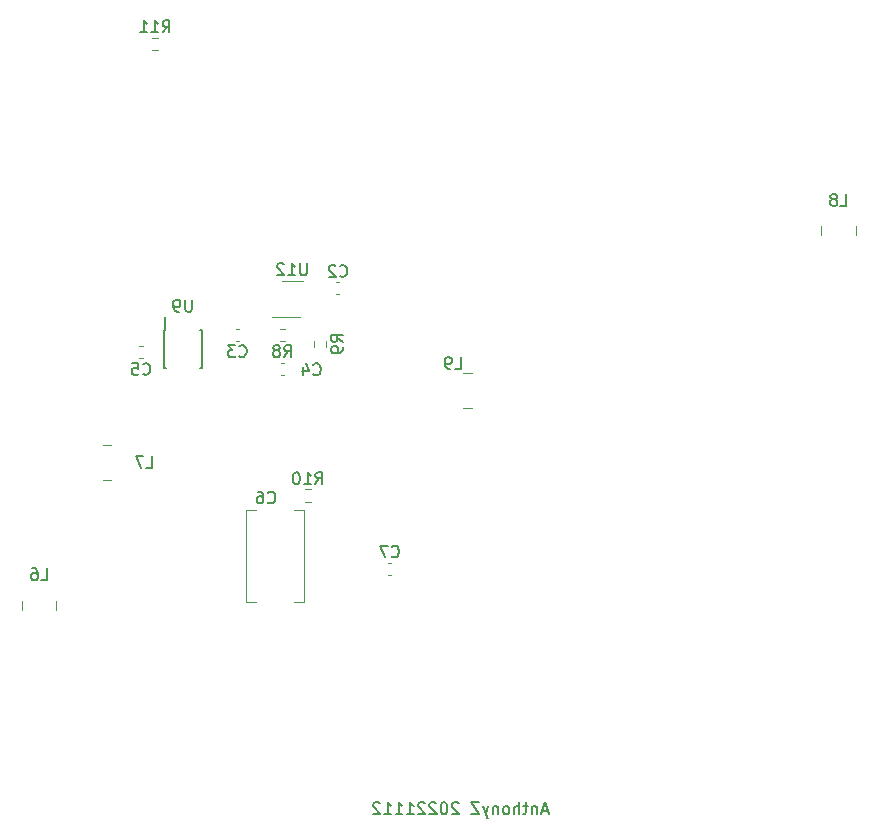
<source format=gbr>
%TF.GenerationSoftware,KiCad,Pcbnew,(6.0.9)*%
%TF.CreationDate,2022-12-07T15:22:28-05:00*%
%TF.ProjectId,Sensors,53656e73-6f72-4732-9e6b-696361645f70,rev?*%
%TF.SameCoordinates,Original*%
%TF.FileFunction,Legend,Bot*%
%TF.FilePolarity,Positive*%
%FSLAX46Y46*%
G04 Gerber Fmt 4.6, Leading zero omitted, Abs format (unit mm)*
G04 Created by KiCad (PCBNEW (6.0.9)) date 2022-12-07 15:22:28*
%MOMM*%
%LPD*%
G01*
G04 APERTURE LIST*
%ADD10C,0.150000*%
%ADD11C,0.120000*%
G04 APERTURE END LIST*
D10*
X168112152Y-128182666D02*
X167635961Y-128182666D01*
X168207390Y-128468380D02*
X167874057Y-127468380D01*
X167540723Y-128468380D01*
X167207390Y-127801714D02*
X167207390Y-128468380D01*
X167207390Y-127896952D02*
X167159771Y-127849333D01*
X167064533Y-127801714D01*
X166921676Y-127801714D01*
X166826438Y-127849333D01*
X166778819Y-127944571D01*
X166778819Y-128468380D01*
X166445485Y-127801714D02*
X166064533Y-127801714D01*
X166302628Y-127468380D02*
X166302628Y-128325523D01*
X166255009Y-128420761D01*
X166159771Y-128468380D01*
X166064533Y-128468380D01*
X165731200Y-128468380D02*
X165731200Y-127468380D01*
X165302628Y-128468380D02*
X165302628Y-127944571D01*
X165350247Y-127849333D01*
X165445485Y-127801714D01*
X165588342Y-127801714D01*
X165683580Y-127849333D01*
X165731200Y-127896952D01*
X164683580Y-128468380D02*
X164778819Y-128420761D01*
X164826438Y-128373142D01*
X164874057Y-128277904D01*
X164874057Y-127992190D01*
X164826438Y-127896952D01*
X164778819Y-127849333D01*
X164683580Y-127801714D01*
X164540723Y-127801714D01*
X164445485Y-127849333D01*
X164397866Y-127896952D01*
X164350247Y-127992190D01*
X164350247Y-128277904D01*
X164397866Y-128373142D01*
X164445485Y-128420761D01*
X164540723Y-128468380D01*
X164683580Y-128468380D01*
X163921676Y-127801714D02*
X163921676Y-128468380D01*
X163921676Y-127896952D02*
X163874057Y-127849333D01*
X163778819Y-127801714D01*
X163635961Y-127801714D01*
X163540723Y-127849333D01*
X163493104Y-127944571D01*
X163493104Y-128468380D01*
X163112152Y-127801714D02*
X162874057Y-128468380D01*
X162635961Y-127801714D02*
X162874057Y-128468380D01*
X162969295Y-128706476D01*
X163016914Y-128754095D01*
X163112152Y-128801714D01*
X162350247Y-127468380D02*
X161683580Y-127468380D01*
X162350247Y-128468380D01*
X161683580Y-128468380D01*
X160588342Y-127563619D02*
X160540723Y-127516000D01*
X160445485Y-127468380D01*
X160207390Y-127468380D01*
X160112152Y-127516000D01*
X160064533Y-127563619D01*
X160016914Y-127658857D01*
X160016914Y-127754095D01*
X160064533Y-127896952D01*
X160635961Y-128468380D01*
X160016914Y-128468380D01*
X159397866Y-127468380D02*
X159302628Y-127468380D01*
X159207390Y-127516000D01*
X159159771Y-127563619D01*
X159112152Y-127658857D01*
X159064533Y-127849333D01*
X159064533Y-128087428D01*
X159112152Y-128277904D01*
X159159771Y-128373142D01*
X159207390Y-128420761D01*
X159302628Y-128468380D01*
X159397866Y-128468380D01*
X159493104Y-128420761D01*
X159540723Y-128373142D01*
X159588342Y-128277904D01*
X159635961Y-128087428D01*
X159635961Y-127849333D01*
X159588342Y-127658857D01*
X159540723Y-127563619D01*
X159493104Y-127516000D01*
X159397866Y-127468380D01*
X158683580Y-127563619D02*
X158635961Y-127516000D01*
X158540723Y-127468380D01*
X158302628Y-127468380D01*
X158207390Y-127516000D01*
X158159771Y-127563619D01*
X158112152Y-127658857D01*
X158112152Y-127754095D01*
X158159771Y-127896952D01*
X158731200Y-128468380D01*
X158112152Y-128468380D01*
X157731200Y-127563619D02*
X157683580Y-127516000D01*
X157588342Y-127468380D01*
X157350247Y-127468380D01*
X157255009Y-127516000D01*
X157207390Y-127563619D01*
X157159771Y-127658857D01*
X157159771Y-127754095D01*
X157207390Y-127896952D01*
X157778819Y-128468380D01*
X157159771Y-128468380D01*
X156207390Y-128468380D02*
X156778819Y-128468380D01*
X156493104Y-128468380D02*
X156493104Y-127468380D01*
X156588342Y-127611238D01*
X156683580Y-127706476D01*
X156778819Y-127754095D01*
X155255009Y-128468380D02*
X155826438Y-128468380D01*
X155540723Y-128468380D02*
X155540723Y-127468380D01*
X155635961Y-127611238D01*
X155731200Y-127706476D01*
X155826438Y-127754095D01*
X154302628Y-128468380D02*
X154874057Y-128468380D01*
X154588342Y-128468380D02*
X154588342Y-127468380D01*
X154683580Y-127611238D01*
X154778819Y-127706476D01*
X154874057Y-127754095D01*
X153921676Y-127563619D02*
X153874057Y-127516000D01*
X153778819Y-127468380D01*
X153540723Y-127468380D01*
X153445485Y-127516000D01*
X153397866Y-127563619D01*
X153350247Y-127658857D01*
X153350247Y-127754095D01*
X153397866Y-127896952D01*
X153969295Y-128468380D01*
X153350247Y-128468380D01*
%TO.C,C6*%
X144438666Y-102058742D02*
X144486285Y-102106361D01*
X144629142Y-102153980D01*
X144724380Y-102153980D01*
X144867238Y-102106361D01*
X144962476Y-102011123D01*
X145010095Y-101915885D01*
X145057714Y-101725409D01*
X145057714Y-101582552D01*
X145010095Y-101392076D01*
X144962476Y-101296838D01*
X144867238Y-101201600D01*
X144724380Y-101153980D01*
X144629142Y-101153980D01*
X144486285Y-101201600D01*
X144438666Y-101249219D01*
X143581523Y-101153980D02*
X143772000Y-101153980D01*
X143867238Y-101201600D01*
X143914857Y-101249219D01*
X144010095Y-101392076D01*
X144057714Y-101582552D01*
X144057714Y-101963504D01*
X144010095Y-102058742D01*
X143962476Y-102106361D01*
X143867238Y-102153980D01*
X143676761Y-102153980D01*
X143581523Y-102106361D01*
X143533904Y-102058742D01*
X143486285Y-101963504D01*
X143486285Y-101725409D01*
X143533904Y-101630171D01*
X143581523Y-101582552D01*
X143676761Y-101534933D01*
X143867238Y-101534933D01*
X143962476Y-101582552D01*
X144010095Y-101630171D01*
X144057714Y-101725409D01*
%TO.C,R11*%
X135542257Y-62268380D02*
X135875590Y-61792190D01*
X136113685Y-62268380D02*
X136113685Y-61268380D01*
X135732733Y-61268380D01*
X135637495Y-61316000D01*
X135589876Y-61363619D01*
X135542257Y-61458857D01*
X135542257Y-61601714D01*
X135589876Y-61696952D01*
X135637495Y-61744571D01*
X135732733Y-61792190D01*
X136113685Y-61792190D01*
X134589876Y-62268380D02*
X135161304Y-62268380D01*
X134875590Y-62268380D02*
X134875590Y-61268380D01*
X134970828Y-61411238D01*
X135066066Y-61506476D01*
X135161304Y-61554095D01*
X133637495Y-62268380D02*
X134208923Y-62268380D01*
X133923209Y-62268380D02*
X133923209Y-61268380D01*
X134018447Y-61411238D01*
X134113685Y-61506476D01*
X134208923Y-61554095D01*
%TO.C,L8*%
X192927266Y-76957180D02*
X193403457Y-76957180D01*
X193403457Y-75957180D01*
X192451076Y-76385752D02*
X192546314Y-76338133D01*
X192593933Y-76290514D01*
X192641552Y-76195276D01*
X192641552Y-76147657D01*
X192593933Y-76052419D01*
X192546314Y-76004800D01*
X192451076Y-75957180D01*
X192260600Y-75957180D01*
X192165361Y-76004800D01*
X192117742Y-76052419D01*
X192070123Y-76147657D01*
X192070123Y-76195276D01*
X192117742Y-76290514D01*
X192165361Y-76338133D01*
X192260600Y-76385752D01*
X192451076Y-76385752D01*
X192546314Y-76433371D01*
X192593933Y-76480990D01*
X192641552Y-76576228D01*
X192641552Y-76766704D01*
X192593933Y-76861942D01*
X192546314Y-76909561D01*
X192451076Y-76957180D01*
X192260600Y-76957180D01*
X192165361Y-76909561D01*
X192117742Y-76861942D01*
X192070123Y-76766704D01*
X192070123Y-76576228D01*
X192117742Y-76480990D01*
X192165361Y-76433371D01*
X192260600Y-76385752D01*
%TO.C,R8*%
X145835666Y-89766380D02*
X146169000Y-89290190D01*
X146407095Y-89766380D02*
X146407095Y-88766380D01*
X146026142Y-88766380D01*
X145930904Y-88814000D01*
X145883285Y-88861619D01*
X145835666Y-88956857D01*
X145835666Y-89099714D01*
X145883285Y-89194952D01*
X145930904Y-89242571D01*
X146026142Y-89290190D01*
X146407095Y-89290190D01*
X145264238Y-89194952D02*
X145359476Y-89147333D01*
X145407095Y-89099714D01*
X145454714Y-89004476D01*
X145454714Y-88956857D01*
X145407095Y-88861619D01*
X145359476Y-88814000D01*
X145264238Y-88766380D01*
X145073761Y-88766380D01*
X144978523Y-88814000D01*
X144930904Y-88861619D01*
X144883285Y-88956857D01*
X144883285Y-89004476D01*
X144930904Y-89099714D01*
X144978523Y-89147333D01*
X145073761Y-89194952D01*
X145264238Y-89194952D01*
X145359476Y-89242571D01*
X145407095Y-89290190D01*
X145454714Y-89385428D01*
X145454714Y-89575904D01*
X145407095Y-89671142D01*
X145359476Y-89718761D01*
X145264238Y-89766380D01*
X145073761Y-89766380D01*
X144978523Y-89718761D01*
X144930904Y-89671142D01*
X144883285Y-89575904D01*
X144883285Y-89385428D01*
X144930904Y-89290190D01*
X144978523Y-89242571D01*
X145073761Y-89194952D01*
%TO.C,L9*%
X160288266Y-90774780D02*
X160764457Y-90774780D01*
X160764457Y-89774780D01*
X159907314Y-90774780D02*
X159716838Y-90774780D01*
X159621600Y-90727161D01*
X159573980Y-90679542D01*
X159478742Y-90536685D01*
X159431123Y-90346209D01*
X159431123Y-89965257D01*
X159478742Y-89870019D01*
X159526361Y-89822400D01*
X159621600Y-89774780D01*
X159812076Y-89774780D01*
X159907314Y-89822400D01*
X159954933Y-89870019D01*
X160002552Y-89965257D01*
X160002552Y-90203352D01*
X159954933Y-90298590D01*
X159907314Y-90346209D01*
X159812076Y-90393828D01*
X159621600Y-90393828D01*
X159526361Y-90346209D01*
X159478742Y-90298590D01*
X159431123Y-90203352D01*
%TO.C,C7*%
X154935066Y-106628142D02*
X154982685Y-106675761D01*
X155125542Y-106723380D01*
X155220780Y-106723380D01*
X155363638Y-106675761D01*
X155458876Y-106580523D01*
X155506495Y-106485285D01*
X155554114Y-106294809D01*
X155554114Y-106151952D01*
X155506495Y-105961476D01*
X155458876Y-105866238D01*
X155363638Y-105771000D01*
X155220780Y-105723380D01*
X155125542Y-105723380D01*
X154982685Y-105771000D01*
X154935066Y-105818619D01*
X154601733Y-105723380D02*
X153935066Y-105723380D01*
X154363638Y-106723380D01*
%TO.C,R10*%
X148470857Y-100520780D02*
X148804190Y-100044590D01*
X149042285Y-100520780D02*
X149042285Y-99520780D01*
X148661333Y-99520780D01*
X148566095Y-99568400D01*
X148518476Y-99616019D01*
X148470857Y-99711257D01*
X148470857Y-99854114D01*
X148518476Y-99949352D01*
X148566095Y-99996971D01*
X148661333Y-100044590D01*
X149042285Y-100044590D01*
X147518476Y-100520780D02*
X148089904Y-100520780D01*
X147804190Y-100520780D02*
X147804190Y-99520780D01*
X147899428Y-99663638D01*
X147994666Y-99758876D01*
X148089904Y-99806495D01*
X146899428Y-99520780D02*
X146804190Y-99520780D01*
X146708952Y-99568400D01*
X146661333Y-99616019D01*
X146613714Y-99711257D01*
X146566095Y-99901733D01*
X146566095Y-100139828D01*
X146613714Y-100330304D01*
X146661333Y-100425542D01*
X146708952Y-100473161D01*
X146804190Y-100520780D01*
X146899428Y-100520780D01*
X146994666Y-100473161D01*
X147042285Y-100425542D01*
X147089904Y-100330304D01*
X147137523Y-100139828D01*
X147137523Y-99901733D01*
X147089904Y-99711257D01*
X147042285Y-99616019D01*
X146994666Y-99568400D01*
X146899428Y-99520780D01*
%TO.C,R9*%
X150794980Y-88479333D02*
X150318790Y-88146000D01*
X150794980Y-87907904D02*
X149794980Y-87907904D01*
X149794980Y-88288857D01*
X149842600Y-88384095D01*
X149890219Y-88431714D01*
X149985457Y-88479333D01*
X150128314Y-88479333D01*
X150223552Y-88431714D01*
X150271171Y-88384095D01*
X150318790Y-88288857D01*
X150318790Y-87907904D01*
X150794980Y-88955523D02*
X150794980Y-89146000D01*
X150747361Y-89241238D01*
X150699742Y-89288857D01*
X150556885Y-89384095D01*
X150366409Y-89431714D01*
X149985457Y-89431714D01*
X149890219Y-89384095D01*
X149842600Y-89336476D01*
X149794980Y-89241238D01*
X149794980Y-89050761D01*
X149842600Y-88955523D01*
X149890219Y-88907904D01*
X149985457Y-88860285D01*
X150223552Y-88860285D01*
X150318790Y-88907904D01*
X150366409Y-88955523D01*
X150414028Y-89050761D01*
X150414028Y-89241238D01*
X150366409Y-89336476D01*
X150318790Y-89384095D01*
X150223552Y-89431714D01*
%TO.C,L6*%
X125261666Y-108650030D02*
X125737857Y-108650030D01*
X125737857Y-107650030D01*
X124499761Y-107650030D02*
X124690238Y-107650030D01*
X124785476Y-107697650D01*
X124833095Y-107745269D01*
X124928333Y-107888126D01*
X124975952Y-108078602D01*
X124975952Y-108459554D01*
X124928333Y-108554792D01*
X124880714Y-108602411D01*
X124785476Y-108650030D01*
X124595000Y-108650030D01*
X124499761Y-108602411D01*
X124452142Y-108554792D01*
X124404523Y-108459554D01*
X124404523Y-108221459D01*
X124452142Y-108126221D01*
X124499761Y-108078602D01*
X124595000Y-108030983D01*
X124785476Y-108030983D01*
X124880714Y-108078602D01*
X124928333Y-108126221D01*
X124975952Y-108221459D01*
%TO.C,C4*%
X148299466Y-91212942D02*
X148347085Y-91260561D01*
X148489942Y-91308180D01*
X148585180Y-91308180D01*
X148728038Y-91260561D01*
X148823276Y-91165323D01*
X148870895Y-91070085D01*
X148918514Y-90879609D01*
X148918514Y-90736752D01*
X148870895Y-90546276D01*
X148823276Y-90451038D01*
X148728038Y-90355800D01*
X148585180Y-90308180D01*
X148489942Y-90308180D01*
X148347085Y-90355800D01*
X148299466Y-90403419D01*
X147442323Y-90641514D02*
X147442323Y-91308180D01*
X147680419Y-90260561D02*
X147918514Y-90974847D01*
X147299466Y-90974847D01*
%TO.C,U12*%
X147745295Y-81824580D02*
X147745295Y-82634104D01*
X147697676Y-82729342D01*
X147650057Y-82776961D01*
X147554819Y-82824580D01*
X147364342Y-82824580D01*
X147269104Y-82776961D01*
X147221485Y-82729342D01*
X147173866Y-82634104D01*
X147173866Y-81824580D01*
X146173866Y-82824580D02*
X146745295Y-82824580D01*
X146459580Y-82824580D02*
X146459580Y-81824580D01*
X146554819Y-81967438D01*
X146650057Y-82062676D01*
X146745295Y-82110295D01*
X145792914Y-81919819D02*
X145745295Y-81872200D01*
X145650057Y-81824580D01*
X145411961Y-81824580D01*
X145316723Y-81872200D01*
X145269104Y-81919819D01*
X145221485Y-82015057D01*
X145221485Y-82110295D01*
X145269104Y-82253152D01*
X145840533Y-82824580D01*
X145221485Y-82824580D01*
%TO.C,C2*%
X150534666Y-82874142D02*
X150582285Y-82921761D01*
X150725142Y-82969380D01*
X150820380Y-82969380D01*
X150963238Y-82921761D01*
X151058476Y-82826523D01*
X151106095Y-82731285D01*
X151153714Y-82540809D01*
X151153714Y-82397952D01*
X151106095Y-82207476D01*
X151058476Y-82112238D01*
X150963238Y-82017000D01*
X150820380Y-81969380D01*
X150725142Y-81969380D01*
X150582285Y-82017000D01*
X150534666Y-82064619D01*
X150153714Y-82064619D02*
X150106095Y-82017000D01*
X150010857Y-81969380D01*
X149772761Y-81969380D01*
X149677523Y-82017000D01*
X149629904Y-82064619D01*
X149582285Y-82159857D01*
X149582285Y-82255095D01*
X149629904Y-82397952D01*
X150201333Y-82969380D01*
X149582285Y-82969380D01*
%TO.C,C3*%
X142025666Y-89671142D02*
X142073285Y-89718761D01*
X142216142Y-89766380D01*
X142311380Y-89766380D01*
X142454238Y-89718761D01*
X142549476Y-89623523D01*
X142597095Y-89528285D01*
X142644714Y-89337809D01*
X142644714Y-89194952D01*
X142597095Y-89004476D01*
X142549476Y-88909238D01*
X142454238Y-88814000D01*
X142311380Y-88766380D01*
X142216142Y-88766380D01*
X142073285Y-88814000D01*
X142025666Y-88861619D01*
X141692333Y-88766380D02*
X141073285Y-88766380D01*
X141406619Y-89147333D01*
X141263761Y-89147333D01*
X141168523Y-89194952D01*
X141120904Y-89242571D01*
X141073285Y-89337809D01*
X141073285Y-89575904D01*
X141120904Y-89671142D01*
X141168523Y-89718761D01*
X141263761Y-89766380D01*
X141549476Y-89766380D01*
X141644714Y-89718761D01*
X141692333Y-89671142D01*
%TO.C,L7*%
X134151666Y-99182180D02*
X134627857Y-99182180D01*
X134627857Y-98182180D01*
X133913571Y-98182180D02*
X133246904Y-98182180D01*
X133675476Y-99182180D01*
%TO.C,C5*%
X133872266Y-91187542D02*
X133919885Y-91235161D01*
X134062742Y-91282780D01*
X134157980Y-91282780D01*
X134300838Y-91235161D01*
X134396076Y-91139923D01*
X134443695Y-91044685D01*
X134491314Y-90854209D01*
X134491314Y-90711352D01*
X134443695Y-90520876D01*
X134396076Y-90425638D01*
X134300838Y-90330400D01*
X134157980Y-90282780D01*
X134062742Y-90282780D01*
X133919885Y-90330400D01*
X133872266Y-90378019D01*
X132967504Y-90282780D02*
X133443695Y-90282780D01*
X133491314Y-90758971D01*
X133443695Y-90711352D01*
X133348457Y-90663733D01*
X133110361Y-90663733D01*
X133015123Y-90711352D01*
X132967504Y-90758971D01*
X132919885Y-90854209D01*
X132919885Y-91092304D01*
X132967504Y-91187542D01*
X133015123Y-91235161D01*
X133110361Y-91282780D01*
X133348457Y-91282780D01*
X133443695Y-91235161D01*
X133491314Y-91187542D01*
%TO.C,U9*%
X138023504Y-84923380D02*
X138023504Y-85732904D01*
X137975885Y-85828142D01*
X137928266Y-85875761D01*
X137833028Y-85923380D01*
X137642552Y-85923380D01*
X137547314Y-85875761D01*
X137499695Y-85828142D01*
X137452076Y-85732904D01*
X137452076Y-84923380D01*
X136928266Y-85923380D02*
X136737790Y-85923380D01*
X136642552Y-85875761D01*
X136594933Y-85828142D01*
X136499695Y-85685285D01*
X136452076Y-85494809D01*
X136452076Y-85113857D01*
X136499695Y-85018619D01*
X136547314Y-84971000D01*
X136642552Y-84923380D01*
X136833028Y-84923380D01*
X136928266Y-84971000D01*
X136975885Y-85018619D01*
X137023504Y-85113857D01*
X137023504Y-85351952D01*
X136975885Y-85447190D01*
X136928266Y-85494809D01*
X136833028Y-85542428D01*
X136642552Y-85542428D01*
X136547314Y-85494809D01*
X136499695Y-85447190D01*
X136452076Y-85351952D01*
D11*
%TO.C,C6*%
X147485100Y-102679500D02*
X147485100Y-110528100D01*
X142633700Y-110528100D02*
X142633700Y-102679500D01*
X142633700Y-102679500D02*
X143482060Y-102679500D01*
X143482060Y-110528100D02*
X142633700Y-110528100D01*
X147485100Y-110528100D02*
X146636740Y-110528100D01*
X146636740Y-102679500D02*
X147485100Y-102679500D01*
%TO.C,R11*%
X135136658Y-62723500D02*
X134662142Y-62723500D01*
X135136658Y-63768500D02*
X134662142Y-63768500D01*
%TO.C,L8*%
X194233800Y-78703753D02*
X194233800Y-79436647D01*
X191287400Y-79436647D02*
X191287400Y-78703753D01*
%TO.C,R8*%
X145431742Y-88406500D02*
X145906258Y-88406500D01*
X145431742Y-87361500D02*
X145906258Y-87361500D01*
%TO.C,L9*%
X161707247Y-94056200D02*
X160974353Y-94056200D01*
X160974353Y-91109800D02*
X161707247Y-91109800D01*
%TO.C,C7*%
X154908980Y-108211000D02*
X154627820Y-108211000D01*
X154908980Y-107191000D02*
X154627820Y-107191000D01*
%TO.C,R10*%
X148065258Y-100975900D02*
X147590742Y-100975900D01*
X148065258Y-102020900D02*
X147590742Y-102020900D01*
%TO.C,R9*%
X148321500Y-88883258D02*
X148321500Y-88408742D01*
X149366500Y-88883258D02*
X149366500Y-88408742D01*
%TO.C,L6*%
X126542800Y-110422003D02*
X126542800Y-111154897D01*
X123596400Y-111154897D02*
X123596400Y-110422003D01*
%TO.C,C4*%
X145528420Y-90295000D02*
X145809580Y-90295000D01*
X145528420Y-91315000D02*
X145809580Y-91315000D01*
%TO.C,U12*%
X144769801Y-86361001D02*
X147144800Y-86361001D01*
X145643500Y-83312000D02*
X147396100Y-83312000D01*
%TO.C,C2*%
X150508580Y-84457000D02*
X150227420Y-84457000D01*
X150508580Y-83437000D02*
X150227420Y-83437000D01*
%TO.C,C3*%
X141718420Y-88394000D02*
X141999580Y-88394000D01*
X141718420Y-87374000D02*
X141999580Y-87374000D01*
%TO.C,L7*%
X130468953Y-97231200D02*
X131201847Y-97231200D01*
X131201847Y-100177600D02*
X130468953Y-100177600D01*
%TO.C,C5*%
X133565020Y-88821800D02*
X133846180Y-88821800D01*
X133565020Y-89841800D02*
X133846180Y-89841800D01*
D10*
%TO.C,U9*%
X135636600Y-87478200D02*
X135636600Y-90728200D01*
X138886600Y-87478200D02*
X138661600Y-87478200D01*
X138886600Y-90728200D02*
X138661600Y-90728200D01*
X135636600Y-87478200D02*
X135761600Y-87478200D01*
X135761600Y-87478200D02*
X135761600Y-86403200D01*
X135636600Y-90728200D02*
X135861600Y-90728200D01*
X138886600Y-87478200D02*
X138886600Y-90728200D01*
%TD*%
M02*

</source>
